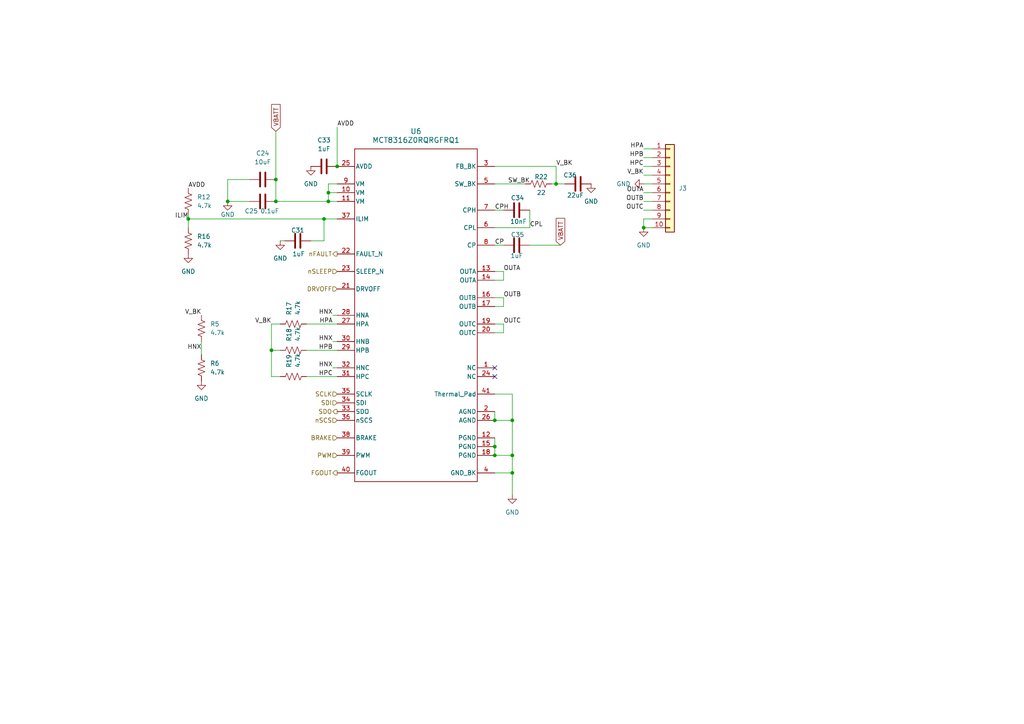
<source format=kicad_sch>
(kicad_sch (version 20231120) (generator "eeschema") (generator_version "8.0")
  (paper "A4")
  (lib_symbols
    (symbol "Connector_Generic:Conn_01x10" (pin_names (offset 1.016) hide)
      (property "Reference" "J" (at 0 12.7 0))
      (property "Value" "Conn_01x10" (at 0 -15.24 0))
      (symbol "Conn_01x10_1_1"
        (rectangle (start -1.27 -12.573) (end 0 -12.827) (stroke (width 0.1524)))
        (rectangle (start -1.27 -10.033) (end 0 -10.287) (stroke (width 0.1524)))
        (rectangle (start -1.27 -7.493) (end 0 -7.747) (stroke (width 0.1524)))
        (rectangle (start -1.27 -4.953) (end 0 -5.207) (stroke (width 0.1524)))
        (rectangle (start -1.27 -2.413) (end 0 -2.667) (stroke (width 0.1524)))
        (rectangle (start -1.27 0.127) (end 0 -0.127) (stroke (width 0.1524)))
        (rectangle (start -1.27 2.667) (end 0 2.413) (stroke (width 0.1524)))
        (rectangle (start -1.27 5.207) (end 0 4.953) (stroke (width 0.1524)))
        (rectangle (start -1.27 7.747) (end 0 7.493) (stroke (width 0.1524)))
        (rectangle (start -1.27 10.287) (end 0 10.033) (stroke (width 0.1524)))
        (rectangle (start -1.27 11.43) (end 1.27 -13.97) (stroke (width 0.254)) (fill (type background)))
        (pin passive line (at -5.08 10.16 0) (length 3.81) (name "Pin_1") (number "1"))
        (pin passive line (at -5.08 -12.7 0) (length 3.81) (name "Pin_10") (number "10"))
        (pin passive line (at -5.08 7.62 0) (length 3.81) (name "Pin_2") (number "2"))
        (pin passive line (at -5.08 5.08 0) (length 3.81) (name "Pin_3") (number "3"))
        (pin passive line (at -5.08 2.54 0) (length 3.81) (name "Pin_4") (number "4"))
        (pin passive line (at -5.08 0 0) (length 3.81) (name "Pin_5") (number "5"))
        (pin passive line (at -5.08 -2.54 0) (length 3.81) (name "Pin_6") (number "6"))
        (pin passive line (at -5.08 -5.08 0) (length 3.81) (name "Pin_7") (number "7"))
        (pin passive line (at -5.08 -7.62 0) (length 3.81) (name "Pin_8") (number "8"))
        (pin passive line (at -5.08 -10.16 0) (length 3.81) (name "Pin_9") (number "9"))
      )
    )
    (symbol "Device:C" (pin_numbers hide) (pin_names (offset 0.254))
      (property "Reference" "C" (at 0.635 2.54 0))
      (property "Value" "C" (at 0.635 -2.54 0))
      (symbol "C_0_1"
        (polyline (pts (xy -2.032 -0.762) (xy 2.032 -0.762)) (stroke (width 0.508)))
        (polyline (pts (xy -2.032 0.762) (xy 2.032 0.762)) (stroke (width 0.508)))
      )
      (symbol "C_1_1"
        (pin passive line (at 0 3.81 270) (length 2.794) (name "~") (number "1"))
        (pin passive line (at 0 -3.81 90) (length 2.794) (name "~") (number "2"))
      )
    )
    (symbol "Device:R_US" (pin_numbers hide) (pin_names (offset 0))
      (property "Reference" "R" (at 2.54 0 90))
      (property "Value" "R_US" (at -2.54 0 90))
      (symbol "R_US_0_1"
        (polyline (pts (xy 0 -2.286) (xy 0 -2.54)))
        (polyline (pts (xy 0 2.286) (xy 0 2.54)))
        (polyline (pts (xy 0 -0.762) (xy 1.016 -1.143) (xy 0 -1.524) (xy -1.016 -1.905) (xy 0 -2.286)))
        (polyline (pts (xy 0 0.762) (xy 1.016 0.381) (xy 0 0) (xy -1.016 -0.381) (xy 0 -0.762)))
        (polyline (pts (xy 0 2.286) (xy 1.016 1.905) (xy 0 1.524) (xy -1.016 1.143) (xy 0 0.762)))
      )
      (symbol "R_US_1_1"
        (pin passive line (at 0 3.81 270) (length 1.27) (name "~") (number "1"))
        (pin passive line (at 0 -3.81 90) (length 1.27) (name "~") (number "2"))
      )
    )
    (symbol "adcs:MCT8316Z0RQRGFRQ1" (pin_names (offset 0.254))
      (property "Reference" "U" (at 0 2.54 0))
      (property "Value" "MCT8316Z0RQRGFRQ1" (at 0 0 0))
      (symbol "MCT8316Z0RQRGFRQ1_0_1"
        (polyline (pts (xy 5.08 -91.44) (xy 40.64 -91.44)) (stroke (width 0.2032)))
        (polyline (pts (xy 5.08 5.08) (xy 5.08 -91.44)) (stroke (width 0.2032)))
        (polyline (pts (xy 40.64 -91.44) (xy 40.64 5.08)) (stroke (width 0.2032)))
        (polyline (pts (xy 40.64 5.08) (xy 5.08 5.08)) (stroke (width 0.2032)))
        (pin unspecified line (at 45.72 -58.42 180) (length 5.08) (name "NC") (number "1"))
        (pin power_in line (at 0 -7.62 0) (length 5.08) (name "VM") (number "10"))
        (pin power_in line (at 0 -10.16 0) (length 5.08) (name "VM") (number "11"))
        (pin power_in line (at 45.72 -78.74 180) (length 5.08) (name "PGND") (number "12"))
        (pin output line (at 45.72 -30.48 180) (length 5.08) (name "OUTA") (number "13"))
        (pin output line (at 45.72 -33.02 180) (length 5.08) (name "OUTA") (number "14"))
        (pin power_in line (at 45.72 -81.28 180) (length 5.08) (name "PGND") (number "15"))
        (pin output line (at 45.72 -38.1 180) (length 5.08) (name "OUTB") (number "16"))
        (pin output line (at 45.72 -40.64 180) (length 5.08) (name "OUTB") (number "17"))
        (pin power_in line (at 45.72 -83.82 180) (length 5.08) (name "PGND") (number "18"))
        (pin output line (at 45.72 -45.72 180) (length 5.08) (name "OUTC") (number "19"))
        (pin power_in line (at 45.72 -71.12 180) (length 5.08) (name "AGND") (number "2"))
        (pin output line (at 45.72 -48.26 180) (length 5.08) (name "OUTC") (number "20"))
        (pin input line (at 0 -35.56 0) (length 5.08) (name "DRVOFF") (number "21"))
        (pin output line (at 0 -25.4 0) (length 5.08) (name "FAULT_N") (number "22"))
        (pin input line (at 0 -30.48 0) (length 5.08) (name "SLEEP_N") (number "23"))
        (pin power_in line (at 0 0 0) (length 5.08) (name "AVDD") (number "25"))
        (pin power_in line (at 45.72 -73.66 180) (length 5.08) (name "AGND") (number "26"))
        (pin input line (at 0 -45.72 0) (length 5.08) (name "HPA") (number "27"))
        (pin input line (at 0 -43.18 0) (length 5.08) (name "HNA") (number "28"))
        (pin input line (at 0 -53.34 0) (length 5.08) (name "HPB") (number "29"))
        (pin power_in line (at 45.72 0 180) (length 5.08) (name "FB_BK") (number "3"))
        (pin input line (at 0 -50.8 0) (length 5.08) (name "HNB") (number "30"))
        (pin input line (at 0 -60.96 0) (length 5.08) (name "HPC") (number "31"))
        (pin input line (at 0 -58.42 0) (length 5.08) (name "HNC") (number "32"))
        (pin input line (at 0 -15.24 0) (length 5.08) (name "ILIM") (number "37"))
        (pin unspecified line (at 0 -78.74 0) (length 5.08) (name "BRAKE") (number "38"))
        (pin unspecified line (at 0 -83.82 0) (length 5.08) (name "PWM") (number "39"))
        (pin power_in line (at 45.72 -88.9 180) (length 5.08) (name "GND_BK") (number "4"))
        (pin output line (at 0 -88.9 0) (length 5.08) (name "FGOUT") (number "40"))
        (pin power_in line (at 45.72 -66.04 180) (length 5.08) (name "Thermal_Pad") (number "41"))
        (pin power_in line (at 45.72 -5.08 180) (length 5.08) (name "SW_BK") (number "5"))
        (pin power_in line (at 45.72 -17.78 180) (length 5.08) (name "CPL") (number "6"))
        (pin power_in line (at 45.72 -12.7 180) (length 5.08) (name "CPH") (number "7"))
        (pin power_in line (at 45.72 -22.86 180) (length 5.08) (name "CP") (number "8"))
        (pin power_in line (at 0 -5.08 0) (length 5.08) (name "VM") (number "9"))
      )
      (symbol "MCT8316Z0RQRGFRQ1_1_1"
        (pin input line (at 45.72 -60.96 180) (length 5.08) (name "NC") (number "24"))
        (pin unspecified line (at 0 -71.12 0) (length 5.08) (name "SDO") (number "33"))
        (pin unspecified line (at 0 -68.58 0) (length 5.08) (name "SDI") (number "34"))
        (pin unspecified line (at 0 -66.04 0) (length 5.08) (name "SCLK") (number "35"))
        (pin unspecified line (at 0 -73.66 0) (length 5.08) (name "nSCS") (number "36"))
      )
    )
    (symbol "power:GND" (power) (pin_names (offset 0))
      (property "Value" "GND" (at 0 -3.81 0))
      (symbol "GND_0_1"
        (polyline (pts (xy 0 0) (xy 0 -1.27) (xy 1.27 -1.27) (xy 0 -2.54) (xy -1.27 -1.27) (xy 0 -1.27)))
      )
      (symbol "GND_1_1"
        (pin power_in line (at 0 0 270) (length 0) hide (name "GND") (number "1"))
      )
    )
  )
  (junction (at 161.29 53.34))
  (junction (at 95.25 58.42))
  (junction (at 80.01 52.07))
  (junction (at 66.04 58.42))
  (junction (at 143.51 132.08))
  (junction (at 54.61 63.5))
  (junction (at 186.69 66.04))
  (junction (at 80.01 58.42))
  (junction (at 78.74 101.6))
  (junction (at 148.59 132.08))
  (junction (at 95.25 55.88))
  (junction (at 148.59 121.92))
  (junction (at 143.51 121.92))
  (junction (at 97.79 48.26))
  (junction (at 143.51 129.54))
  (junction (at 93.98 63.5))
  (junction (at 148.59 137.16))
  (no_connect (at 143.51 109.22))
  (no_connect (at 143.51 106.68))
  (wire (pts (xy 148.59 137.16) (xy 148.59 132.08)))
  (wire (pts (xy 143.51 132.08) (xy 148.59 132.08)))
  (wire (pts (xy 186.69 48.26) (xy 189.23 48.26)))
  (wire (pts (xy 143.51 71.12) (xy 146.05 71.12)))
  (wire (pts (xy 88.9 109.22) (xy 97.79 109.22)))
  (wire (pts (xy 161.29 53.34) (xy 160.02 53.34)))
  (wire (pts (xy 143.51 129.54) (xy 143.51 132.08)))
  (wire (pts (xy 148.59 114.3) (xy 148.59 121.92)))
  (wire (pts (xy 163.83 53.34) (xy 161.29 53.34)))
  (wire (pts (xy 143.51 114.3) (xy 148.59 114.3)))
  (wire (pts (xy 97.79 53.34) (xy 95.25 53.34)))
  (wire (pts (xy 78.74 101.6) (xy 78.74 109.22)))
  (wire (pts (xy 186.69 60.96) (xy 189.23 60.96)))
  (wire (pts (xy 66.04 52.07) (xy 66.04 58.42)))
  (wire (pts (xy 143.51 88.9) (xy 146.05 88.9)))
  (wire (pts (xy 95.25 55.88) (xy 97.79 55.88)))
  (wire (pts (xy 58.42 99.06) (xy 58.42 102.87)))
  (wire (pts (xy 153.67 66.04) (xy 143.51 66.04)))
  (wire (pts (xy 143.51 119.38) (xy 143.51 121.92)))
  (wire (pts (xy 97.79 36.83) (xy 97.79 48.26)))
  (wire (pts (xy 186.69 43.18) (xy 189.23 43.18)))
  (wire (pts (xy 186.69 45.72) (xy 189.23 45.72)))
  (wire (pts (xy 143.51 96.52) (xy 146.05 96.52)))
  (wire (pts (xy 80.01 38.1) (xy 80.01 52.07)))
  (wire (pts (xy 96.52 106.68) (xy 97.79 106.68)))
  (wire (pts (xy 153.67 60.96) (xy 153.67 66.04)))
  (wire (pts (xy 54.61 63.5) (xy 54.61 66.04)))
  (wire (pts (xy 143.51 81.28) (xy 146.05 81.28)))
  (wire (pts (xy 148.59 143.51) (xy 148.59 137.16)))
  (wire (pts (xy 186.69 63.5) (xy 186.69 66.04)))
  (wire (pts (xy 82.55 69.85) (xy 81.28 69.85)))
  (wire (pts (xy 54.61 63.5) (xy 93.98 63.5)))
  (wire (pts (xy 146.05 78.74) (xy 146.05 81.28)))
  (wire (pts (xy 90.17 69.85) (xy 93.98 69.85)))
  (wire (pts (xy 95.25 58.42) (xy 95.25 55.88)))
  (wire (pts (xy 95.25 53.34) (xy 95.25 55.88)))
  (wire (pts (xy 143.51 78.74) (xy 146.05 78.74)))
  (wire (pts (xy 186.69 63.5) (xy 189.23 63.5)))
  (wire (pts (xy 161.29 48.26) (xy 161.29 53.34)))
  (wire (pts (xy 143.51 60.96) (xy 146.05 60.96)))
  (wire (pts (xy 96.52 91.44) (xy 97.79 91.44)))
  (wire (pts (xy 78.74 109.22) (xy 81.28 109.22)))
  (wire (pts (xy 93.98 69.85) (xy 93.98 63.5)))
  (wire (pts (xy 143.51 93.98) (xy 146.05 93.98)))
  (wire (pts (xy 80.01 52.07) (xy 80.01 58.42)))
  (wire (pts (xy 186.69 58.42) (xy 189.23 58.42)))
  (wire (pts (xy 153.67 71.12) (xy 162.56 71.12)))
  (wire (pts (xy 186.69 50.8) (xy 189.23 50.8)))
  (wire (pts (xy 93.98 63.5) (xy 97.79 63.5)))
  (wire (pts (xy 186.69 55.88) (xy 189.23 55.88)))
  (wire (pts (xy 96.52 99.06) (xy 97.79 99.06)))
  (wire (pts (xy 54.61 62.23) (xy 54.61 63.5)))
  (wire (pts (xy 146.05 93.98) (xy 146.05 96.52)))
  (wire (pts (xy 146.05 86.36) (xy 146.05 88.9)))
  (wire (pts (xy 66.04 58.42) (xy 72.39 58.42)))
  (wire (pts (xy 152.4 53.34) (xy 143.51 53.34)))
  (wire (pts (xy 95.25 58.42) (xy 80.01 58.42)))
  (wire (pts (xy 186.69 66.04) (xy 189.23 66.04)))
  (wire (pts (xy 161.29 48.26) (xy 143.51 48.26)))
  (wire (pts (xy 143.51 137.16) (xy 148.59 137.16)))
  (wire (pts (xy 97.79 58.42) (xy 95.25 58.42)))
  (wire (pts (xy 148.59 121.92) (xy 148.59 132.08)))
  (wire (pts (xy 143.51 127) (xy 143.51 129.54)))
  (wire (pts (xy 186.69 53.34) (xy 189.23 53.34)))
  (wire (pts (xy 148.59 121.92) (xy 143.51 121.92)))
  (wire (pts (xy 97.79 93.98) (xy 88.9 93.98)))
  (wire (pts (xy 78.74 93.98) (xy 81.28 93.98)))
  (wire (pts (xy 78.74 93.98) (xy 78.74 101.6)))
  (wire (pts (xy 143.51 86.36) (xy 146.05 86.36)))
  (wire (pts (xy 97.79 101.6) (xy 88.9 101.6)))
  (wire (pts (xy 78.74 101.6) (xy 81.28 101.6)))
  (wire (pts (xy 72.39 52.07) (xy 66.04 52.07)))
  (label "V_BK" (at 186.69 50.8 180))
  (label "HPA" (at 186.69 43.18 180))
  (label "V_BK" (at 161.29 48.26 0))
  (label "HPC" (at 186.69 48.26 180))
  (label "HNX" (at 96.52 91.44 180))
  (label "CPH" (at 143.51 60.96 0))
  (label "V_BK" (at 78.74 93.98 180))
  (label "HPA" (at 96.52 93.98 180))
  (label "ILIM" (at 54.61 63.5 180))
  (label "HPC" (at 96.52 109.22 180))
  (label "OUTB" (at 146.05 86.36 0))
  (label "HNX" (at 58.42 101.6 180))
  (label "AVDD" (at 97.79 36.83 0))
  (label "OUTC" (at 146.05 93.98 0))
  (label "HNX" (at 96.52 99.06 180))
  (label "V_BK" (at 58.42 91.44 180))
  (label "CP" (at 143.51 71.12 0))
  (label "HPB" (at 96.52 101.6 180))
  (label "OUTA" (at 146.05 78.74 0))
  (label "HNX" (at 96.52 106.68 180))
  (label "OUTC" (at 186.69 60.96 180))
  (label "CPL" (at 153.67 66.04 0))
  (label "SW_BK" (at 147.32 53.34 0))
  (label "OUTB" (at 186.69 58.42 180))
  (label "OUTA" (at 186.69 55.88 180))
  (label "AVDD" (at 54.61 54.61 0))
  (label "HPB" (at 186.69 45.72 180))
  (global_label "VBATT" (shape input) (at 80.01 38.1 90) (property "Intersheetrefs" "${INTERSHEET_REFS}" (effects (hide yes))))
  (global_label "VBATT" (shape input) (at 162.56 71.12 90) (property "Intersheetrefs" "${INTERSHEET_REFS}" (effects (hide yes))))
  (hierarchical_label "SDI" (shape input) (at 97.79 116.84 180))
  (hierarchical_label "nSLEEP" (shape input) (at 97.79 78.74 180))
  (hierarchical_label "PWM" (shape input) (at 97.79 132.08 180))
  (hierarchical_label "BRAKE" (shape input) (at 97.79 127 180))
  (hierarchical_label "FGOUT" (shape output) (at 97.79 137.16 180))
  (hierarchical_label "SDO" (shape output) (at 97.79 119.38 180))
  (hierarchical_label "nFAULT" (shape output) (at 97.79 73.66 180))
  (hierarchical_label "nSCS" (shape input) (at 97.79 121.92 180))
  (hierarchical_label "DRVOFF" (shape input) (at 97.79 83.82 180))
  (hierarchical_label "SCLK" (shape input) (at 97.79 114.3 180))
  (symbol (lib_id "power:GND") (at 66.04 58.42 0) (unit 1)
    (property "Reference" "#PWR030" (effects (hide yes)))
    (property "Value" "GND" (at 66.04 62.23 0))
    (property "Description" "Power symbol creates a global label with name \"GND\" , ground" (effects (hide yes)))
    (instances (project "motor_board" (path "" (reference "#PWR030") (unit 1)) (path "" (reference "#PWR047") (unit 1)) (path "" (reference "#PWR081") (unit 1)) (path "" (reference "#PWR012") (unit 1))))
  )
  (symbol (lib_id "power:GND") (at 54.61 73.66 0) (unit 1)
    (property "Reference" "#PWR029" (effects (hide yes)))
    (property "Value" "GND" (at 54.61 78.74 0))
    (property "Description" "Power symbol creates a global label with name \"GND\" , ground" (effects (hide yes)))
    (instances (project "motor_board" (path "" (reference "#PWR029") (unit 1)) (path "" (reference "#PWR046") (unit 1)) (path "" (reference "#PWR080") (unit 1)) (path "" (reference "#PWR04") (unit 1))))
  )
  (symbol (lib_id "Device:R_US") (at 156.21 53.34 90) (unit 1)
    (property "Reference" "R22" (at 156.972 51.308 90))
    (property "Value" "22" (at 156.972 55.88 90))
    (property "Footprint" "Resistor_SMD:R_0603_1608Metric" (effects (hide yes)))
    (property "Description" "Resistor, US symbol" (effects (hide yes)))
    (instances (project "motor_board" (path "" (reference "R22") (unit 1)) (path "" (reference "R31") (unit 1)) (path "" (reference "R37") (unit 1)) (path "" (reference "R11") (unit 1))))
  )
  (symbol (lib_id "Device:R_US") (at 85.09 101.6 90) (unit 1)
    (property "Reference" "R18" (at 83.8199 99.06 0) (effects (justify left)))
    (property "Value" "4.7k" (at 86.3599 99.06 0) (effects (justify left)))
    (property "Footprint" "Resistor_SMD:R_0603_1608Metric" (effects (hide yes)))
    (property "Description" "Resistor, US symbol" (effects (hide yes)))
    (instances (project "motor_board" (path "" (reference "R18") (unit 1)) (path "" (reference "R28") (unit 1)) (path "" (reference "R35") (unit 1)) (path "" (reference "R9") (unit 1))))
  )
  (symbol (lib_id "Device:R_US") (at 58.42 106.68 0) (unit 1)
    (property "Reference" "R6" (at 60.96 105.4099 0) (effects (justify left)))
    (property "Value" "4.7k" (at 60.96 107.9499 0) (effects (justify left)))
    (property "Footprint" "Resistor_SMD:R_0603_1608Metric" (effects (hide yes)))
    (property "Description" "Resistor, US symbol" (effects (hide yes)))
    (instances (project "motor_board" (path "" (reference "R6") (unit 1)) (path "" (reference "R60") (unit 1)) (path "" (reference "R65") (unit 1)) (path "" (reference "R58") (unit 1))))
  )
  (symbol (lib_id "Device:C") (at 76.2 58.42 90) (unit 1)
    (property "Reference" "C25" (at 72.898 61.214 90))
    (property "Value" "0.1uF" (at 78.232 61.214 90))
    (property "Footprint" "Capacitor_SMD:C_0603_1608Metric" (effects (hide yes)))
    (property "Description" "Unpolarized capacitor" (effects (hide yes)))
    (instances (project "motor_board" (path "" (reference "C25") (unit 1)) (path "" (reference "C38") (unit 1)) (path "" (reference "C58") (unit 1)) (path "" (reference "C4") (unit 1))))
  )
  (symbol (lib_id "Device:C") (at 86.36 69.85 270) (unit 1)
    (property "Reference" "C31" (at 86.36 66.802 90))
    (property "Value" "1uF" (at 86.614 73.66 90))
    (property "Footprint" "Capacitor_SMD:C_0603_1608Metric" (effects (hide yes)))
    (property "Description" "Unpolarized capacitor" (effects (hide yes)))
    (instances (project "motor_board" (path "" (reference "C31") (unit 1)) (path "" (reference "C39") (unit 1)) (path "" (reference "C59") (unit 1)) (path "" (reference "C6") (unit 1))))
  )
  (symbol (lib_id "power:GND") (at 186.69 53.34 270) (unit 1)
    (property "Reference" "#PWR021" (effects (hide yes)))
    (property "Value" "GND" (at 182.88 53.3399 90) (effects (justify right)))
    (property "Description" "Power symbol creates a global label with name \"GND\" , ground" (effects (hide yes)))
    (instances (project "motor_board" (path "" (reference "#PWR021") (unit 1)) (path "" (reference "#PWR025") (unit 1)) (path "" (reference "#PWR027") (unit 1)) (path "" (reference "#PWR023") (unit 1))))
  )
  (symbol (lib_id "Device:C") (at 167.64 53.34 90) (unit 1)
    (property "Reference" "C36" (at 165.354 50.8 90))
    (property "Value" "22uF" (at 166.878 56.642 90))
    (property "Footprint" "Capacitor_SMD:C_0603_1608Metric" (effects (hide yes)))
    (property "Description" "Unpolarized capacitor" (effects (hide yes)))
    (instances (project "motor_board" (path "" (reference "C36") (unit 1)) (path "" (reference "C56") (unit 1)) (path "" (reference "C63") (unit 1)) (path "" (reference "C23") (unit 1))))
  )
  (symbol (lib_id "adcs:MCT8316Z0RQRGFRQ1") (at 97.79 48.26 0) (unit 1)
    (property "Reference" "U6" (at 120.65 38.1 0) (effects (font (size 1.524 1.524))))
    (property "Value" "MCT8316Z0RQRGFRQ1" (at 120.65 40.64 0) (effects (font (size 1.524 1.524))))
    (property "Footprint" "adcs:MCT8316Z-Q1" (effects (hide yes)))
    (property "Datasheet" "MCT8316Z0RQRGFRQ1" (effects (hide yes)))
    (instances (project "motor_board" (path "" (reference "U6") (unit 1)) (path "" (reference "U8") (unit 1)) (path "" (reference "U9") (unit 1)) (path "" (reference "U1") (unit 1))))
  )
  (symbol (lib_id "power:GND") (at 186.69 66.04 0) (unit 1)
    (property "Reference" "#PWR02" (effects (hide yes)))
    (property "Value" "GND" (at 186.69 71.12 0))
    (property "Description" "Power symbol creates a global label with name \"GND\" , ground" (effects (hide yes)))
    (instances (project "" (path "" (reference "#PWR02") (unit 1)) (path "" (reference "#PWR013") (unit 1)) (path "" (reference "#PWR014") (unit 1)) (path "" (reference "#PWR07") (unit 1))))
  )
  (symbol (lib_id "Device:R_US") (at 85.09 109.22 90) (unit 1)
    (property "Reference" "R19" (at 83.8199 106.68 0) (effects (justify left)))
    (property "Value" "4.7k" (at 86.3599 106.68 0) (effects (justify left)))
    (property "Footprint" "Resistor_SMD:R_0603_1608Metric" (effects (hide yes)))
    (property "Description" "Resistor, US symbol" (effects (hide yes)))
    (instances (project "motor_board" (path "" (reference "R19") (unit 1)) (path "" (reference "R30") (unit 1)) (path "" (reference "R36") (unit 1)) (path "" (reference "R10") (unit 1))))
  )
  (symbol (lib_id "Device:R_US") (at 54.61 58.42 0) (unit 1)
    (property "Reference" "R12" (at 57.15 57.1499 0) (effects (justify left)))
    (property "Value" "4.7k" (at 57.15 59.6899 0) (effects (justify left)))
    (property "Footprint" "Resistor_SMD:R_0603_1608Metric" (effects (hide yes)))
    (property "Description" "Resistor, US symbol" (effects (hide yes)))
    (instances (project "motor_board" (path "" (reference "R12") (unit 1)) (path "" (reference "R24") (unit 1)) (path "" (reference "R32") (unit 1)) (path "" (reference "R1") (unit 1))))
  )
  (symbol (lib_id "Connector_Generic:Conn_01x10") (at 194.31 53.34 0) (unit 1)
    (property "Reference" "J3" (at 196.85 54.6099 0) (effects (justify left)))
    (property "Value" "Conn_01x08" (effects (hide yes)))
    (property "Footprint" "ssi_connector:CONN08_5055670881_MOL" (effects (hide yes)))
    (property "Description" "Generic connector, single row, 01x10, script generated (kicad-library-utils/schlib/autogen/connector/)" (effects (hide yes)))
    (instances (project "motor_board" (path "" (reference "J3") (unit 1)) (path "" (reference "J4") (unit 1)) (path "" (reference "J6") (unit 1)) (path "" (reference "J1") (unit 1))))
  )
  (symbol (lib_id "Device:R_US") (at 85.09 93.98 90) (unit 1)
    (property "Reference" "R17" (at 83.8199 91.44 0) (effects (justify left)))
    (property "Value" "4.7k" (at 86.3599 91.44 0) (effects (justify left)))
    (property "Footprint" "Resistor_SMD:R_0603_1608Metric" (effects (hide yes)))
    (property "Description" "Resistor, US symbol" (effects (hide yes)))
    (instances (project "motor_board" (path "" (reference "R17") (unit 1)) (path "" (reference "R27") (unit 1)) (path "" (reference "R34") (unit 1)) (path "" (reference "R7") (unit 1))))
  )
  (symbol (lib_id "power:GND") (at 148.59 143.51 0) (unit 1)
    (property "Reference" "#PWR036" (effects (hide yes)))
    (property "Value" "GND" (at 148.59 148.59 0))
    (property "Description" "Power symbol creates a global label with name \"GND\" , ground" (effects (hide yes)))
    (instances (project "motor_board" (path "" (reference "#PWR036") (unit 1)) (path "" (reference "#PWR053") (unit 1)) (path "" (reference "#PWR087") (unit 1)) (path "" (reference "#PWR022") (unit 1))))
  )
  (symbol (lib_id "power:GND") (at 171.45 53.34 0) (unit 1)
    (property "Reference" "#PWR042" (effects (hide yes)))
    (property "Value" "GND" (at 171.45 58.42 0))
    (property "Description" "Power symbol creates a global label with name \"GND\" , ground" (effects (hide yes)))
    (instances (project "motor_board" (path "" (reference "#PWR042") (unit 1)) (path "" (reference "#PWR055") (unit 1)) (path "" (reference "#PWR089") (unit 1)) (path "" (reference "#PWR024") (unit 1))))
  )
  (symbol (lib_id "power:GND") (at 90.17 48.26 0) (unit 1)
    (property "Reference" "#PWR034" (effects (hide yes)))
    (property "Value" "GND" (at 90.17 53.34 0))
    (property "Description" "Power symbol creates a global label with name \"GND\" , ground" (effects (hide yes)))
    (instances (project "motor_board" (path "" (reference "#PWR034") (unit 1)) (path "" (reference "#PWR051") (unit 1)) (path "" (reference "#PWR085") (unit 1)) (path "" (reference "#PWR020") (unit 1))))
  )
  (symbol (lib_id "Device:R_US") (at 54.61 69.85 0) (unit 1)
    (property "Reference" "R16" (at 57.15 68.5799 0) (effects (justify left)))
    (property "Value" "4.7k" (at 57.15 71.1199 0) (effects (justify left)))
    (property "Footprint" "Resistor_SMD:R_0603_1608Metric" (effects (hide yes)))
    (property "Description" "Resistor, US symbol" (effects (hide yes)))
    (instances (project "motor_board" (path "" (reference "R16") (unit 1)) (path "" (reference "R25") (unit 1)) (path "" (reference "R33") (unit 1)) (path "" (reference "R2") (unit 1))))
  )
  (symbol (lib_id "power:GND") (at 58.42 110.49 0) (unit 1)
    (property "Reference" "#PWR08" (effects (hide yes)))
    (property "Value" "GND" (at 58.42 115.57 0))
    (property "Description" "Power symbol creates a global label with name \"GND\" , ground" (effects (hide yes)))
    (instances (project "motor_board" (path "" (reference "#PWR08") (unit 1)) (path "" (reference "#PWR031") (unit 1)) (path "" (reference "#PWR032") (unit 1)) (path "" (reference "#PWR028") (unit 1))))
  )
  (symbol (lib_id "Device:R_US") (at 58.42 95.25 0) (unit 1)
    (property "Reference" "R5" (at 60.96 93.9799 0) (effects (justify left)))
    (property "Value" "4.7k" (at 60.96 96.5199 0) (effects (justify left)))
    (property "Footprint" "Resistor_SMD:R_0603_1608Metric" (effects (hide yes)))
    (property "Description" "Resistor, US symbol" (effects (hide yes)))
    (instances (project "motor_board" (path "" (reference "R5") (unit 1)) (path "" (reference "R59") (unit 1)) (path "" (reference "R61") (unit 1)) (path "" (reference "R57") (unit 1))))
  )
  (symbol (lib_id "Device:C") (at 76.2 52.07 90) (unit 1)
    (property "Reference" "C24" (at 76.2 44.45 90))
    (property "Value" "10uF" (at 76.2 46.99 90))
    (property "Footprint" "Capacitor_SMD:C_0603_1608Metric" (effects (hide yes)))
    (property "Description" "Unpolarized capacitor" (effects (hide yes)))
    (instances (project "motor_board" (path "" (reference "C24") (unit 1)) (path "" (reference "C37") (unit 1)) (path "" (reference "C57") (unit 1)) (path "" (reference "C3") (unit 1))))
  )
  (symbol (lib_id "Device:C") (at 149.86 60.96 90) (unit 1)
    (property "Reference" "C34" (at 150.114 57.404 90))
    (property "Value" "10nF" (at 150.368 64.262 90))
    (property "Footprint" "Capacitor_SMD:C_0603_1608Metric" (effects (hide yes)))
    (property "Description" "Unpolarized capacitor" (effects (hide yes)))
    (instances (project "motor_board" (path "" (reference "C34") (unit 1)) (path "" (reference "C44") (unit 1)) (path "" (reference "C61") (unit 1)) (path "" (reference "C9") (unit 1))))
  )
  (symbol (lib_id "power:GND") (at 81.28 69.85 0) (unit 1)
    (property "Reference" "#PWR033" (effects (hide yes)))
    (property "Value" "GND" (at 81.28 74.93 0))
    (property "Description" "Power symbol creates a global label with name \"GND\" , ground" (effects (hide yes)))
    (instances (project "motor_board" (path "" (reference "#PWR033") (unit 1)) (path "" (reference "#PWR050") (unit 1)) (path "" (reference "#PWR084") (unit 1)) (path "" (reference "#PWR015") (unit 1))))
  )
  (symbol (lib_id "Device:C") (at 149.86 71.12 90) (unit 1)
    (property "Reference" "C35" (at 150.114 68.072 90))
    (property "Value" "1uF" (at 149.86 74.168 90))
    (property "Footprint" "Capacitor_SMD:C_0603_1608Metric" (effects (hide yes)))
    (property "Description" "Unpolarized capacitor" (effects (hide yes)))
    (instances (project "motor_board" (path "" (reference "C35") (unit 1)) (path "" (reference "C55") (unit 1)) (path "" (reference "C62") (unit 1)) (path "" (reference "C22") (unit 1))))
  )
  (symbol (lib_id "Device:C") (at 93.98 48.26 270) (unit 1)
    (property "Reference" "C33" (at 93.98 40.64 90))
    (property "Value" "1uF" (at 93.98 43.18 90))
    (property "Footprint" "Capacitor_SMD:C_0603_1608Metric" (effects (hide yes)))
    (property "Description" "Unpolarized capacitor" (effects (hide yes)))
    (instances (project "motor_board" (path "" (reference "C33") (unit 1)) (path "" (reference "C43") (unit 1)) (path "" (reference "C60") (unit 1)) (path "" (reference "C8") (unit 1))))
  )
)
</source>
